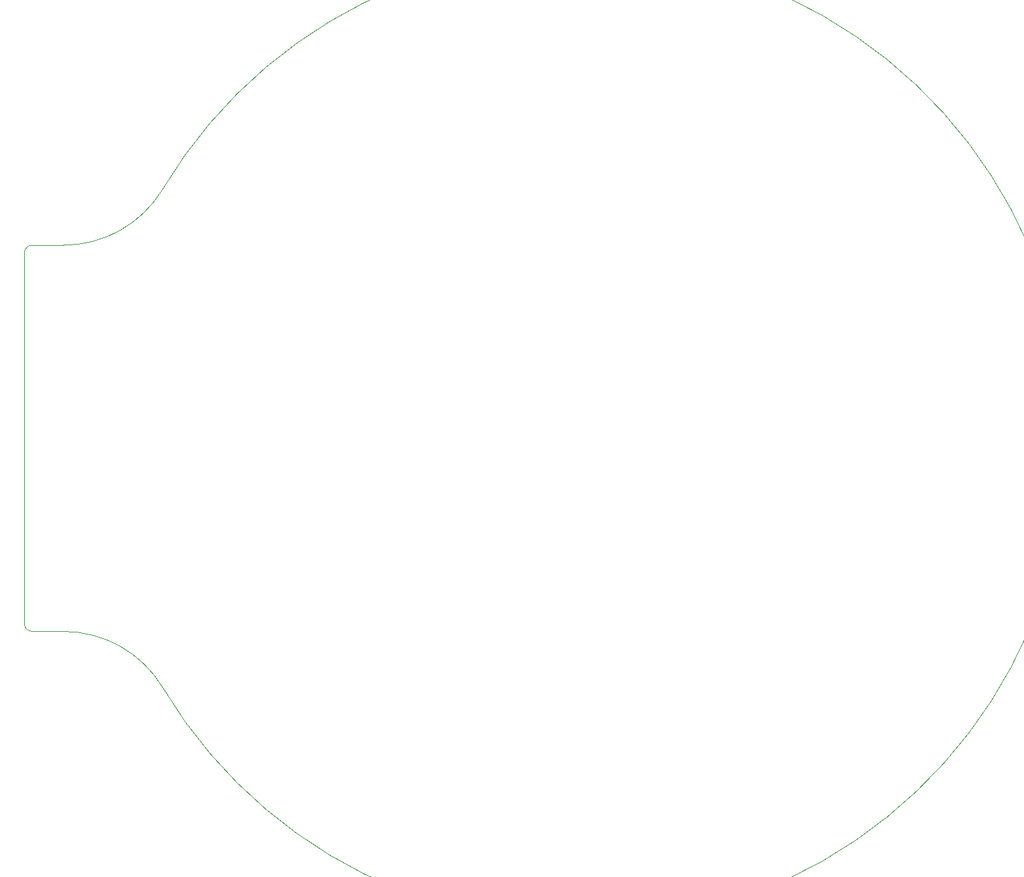
<source format=gbr>
%TF.GenerationSoftware,KiCad,Pcbnew,7.0.8*%
%TF.CreationDate,2023-11-22T21:49:45+11:00*%
%TF.ProjectId,Line 4.3,4c696e65-2034-42e3-932e-6b696361645f,rev?*%
%TF.SameCoordinates,Original*%
%TF.FileFunction,Profile,NP*%
%FSLAX46Y46*%
G04 Gerber Fmt 4.6, Leading zero omitted, Abs format (unit mm)*
G04 Created by KiCad (PCBNEW 7.0.8) date 2023-11-22 21:49:45*
%MOMM*%
%LPD*%
G01*
G04 APERTURE LIST*
%TA.AperFunction,Profile*%
%ADD10C,0.010000*%
%TD*%
G04 APERTURE END LIST*
D10*
X78000000Y-126000000D02*
X78000000Y-174000000D01*
X79000000Y-175000000D02*
X83037324Y-175000000D01*
X83037324Y-125000000D02*
X79000000Y-125000000D01*
X78000000Y-174000000D02*
G75*
G03*
X79000000Y-175000000I1000000J0D01*
G01*
X83037324Y-125000000D02*
G75*
G03*
X95914762Y-117692308I6J14999990D01*
G01*
X79000000Y-125000000D02*
G75*
G03*
X78000000Y-126000000I0J-1000000D01*
G01*
X95914744Y-182307703D02*
G75*
G03*
X83037324Y-175000000I-12877444J-7692297D01*
G01*
X95914762Y-182307692D02*
G75*
G03*
X95914762Y-117692308I54085238J32307692D01*
G01*
M02*

</source>
